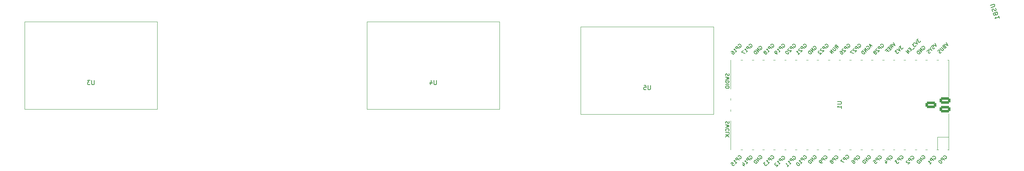
<source format=gbo>
%TF.GenerationSoftware,KiCad,Pcbnew,(6.0.7)*%
%TF.CreationDate,2023-08-09T20:53:38+08:00*%
%TF.ProjectId,chu_main,6368755f-6d61-4696-9e2e-6b696361645f,rev?*%
%TF.SameCoordinates,Original*%
%TF.FileFunction,Legend,Bot*%
%TF.FilePolarity,Positive*%
%FSLAX46Y46*%
G04 Gerber Fmt 4.6, Leading zero omitted, Abs format (unit mm)*
G04 Created by KiCad (PCBNEW (6.0.7)) date 2023-08-09 20:53:38*
%MOMM*%
%LPD*%
G01*
G04 APERTURE LIST*
G04 Aperture macros list*
%AMRoundRect*
0 Rectangle with rounded corners*
0 $1 Rounding radius*
0 $2 $3 $4 $5 $6 $7 $8 $9 X,Y pos of 4 corners*
0 Add a 4 corners polygon primitive as box body*
4,1,4,$2,$3,$4,$5,$6,$7,$8,$9,$2,$3,0*
0 Add four circle primitives for the rounded corners*
1,1,$1+$1,$2,$3*
1,1,$1+$1,$4,$5*
1,1,$1+$1,$6,$7*
1,1,$1+$1,$8,$9*
0 Add four rect primitives between the rounded corners*
20,1,$1+$1,$2,$3,$4,$5,0*
20,1,$1+$1,$4,$5,$6,$7,0*
20,1,$1+$1,$6,$7,$8,$9,0*
20,1,$1+$1,$8,$9,$2,$3,0*%
%AMHorizOval*
0 Thick line with rounded ends*
0 $1 width*
0 $2 $3 position (X,Y) of the first rounded end (center of the circle)*
0 $4 $5 position (X,Y) of the second rounded end (center of the circle)*
0 Add line between two ends*
20,1,$1,$2,$3,$4,$5,0*
0 Add two circle primitives to create the rounded ends*
1,1,$1,$2,$3*
1,1,$1,$4,$5*%
%AMRotRect*
0 Rectangle, with rotation*
0 The origin of the aperture is its center*
0 $1 length*
0 $2 width*
0 $3 Rotation angle, in degrees counterclockwise*
0 Add horizontal line*
21,1,$1,$2,0,0,$3*%
G04 Aperture macros list end*
%ADD10C,0.150000*%
%ADD11C,0.120000*%
%ADD12O,2.000000X2.000000*%
%ADD13C,3.200000*%
%ADD14O,1.700000X1.700000*%
%ADD15R,1.700000X1.700000*%
%ADD16C,0.650000*%
%ADD17RotRect,0.600000X1.450000X290.000000*%
%ADD18RotRect,0.300000X1.450000X290.000000*%
%ADD19HorizOval,1.000000X-0.516831X-0.188111X0.516831X0.188111X0*%
%ADD20HorizOval,1.000000X-0.281908X-0.102606X0.281908X0.102606X0*%
%ADD21RoundRect,0.300000X0.950000X-0.450000X0.950000X0.450000X-0.950000X0.450000X-0.950000X-0.450000X0*%
%ADD22R,3.500000X1.700000*%
%ADD23R,1.700000X3.500000*%
G04 APERTURE END LIST*
D10*
%TO.C,U3*%
X134957904Y-136326380D02*
X134957904Y-137135904D01*
X134910285Y-137231142D01*
X134862666Y-137278761D01*
X134767428Y-137326380D01*
X134576952Y-137326380D01*
X134481714Y-137278761D01*
X134434095Y-137231142D01*
X134386476Y-137135904D01*
X134386476Y-136326380D01*
X134005523Y-136326380D02*
X133386476Y-136326380D01*
X133719809Y-136707333D01*
X133576952Y-136707333D01*
X133481714Y-136754952D01*
X133434095Y-136802571D01*
X133386476Y-136897809D01*
X133386476Y-137135904D01*
X133434095Y-137231142D01*
X133481714Y-137278761D01*
X133576952Y-137326380D01*
X133862666Y-137326380D01*
X133957904Y-137278761D01*
X134005523Y-137231142D01*
%TO.C,U4*%
X214957904Y-136326380D02*
X214957904Y-137135904D01*
X214910285Y-137231142D01*
X214862666Y-137278761D01*
X214767428Y-137326380D01*
X214576952Y-137326380D01*
X214481714Y-137278761D01*
X214434095Y-137231142D01*
X214386476Y-137135904D01*
X214386476Y-136326380D01*
X213481714Y-136659714D02*
X213481714Y-137326380D01*
X213719809Y-136278761D02*
X213957904Y-136993047D01*
X213338857Y-136993047D01*
%TO.C,USB1*%
X344394785Y-118791707D02*
X345155489Y-118514834D01*
X345261270Y-118527007D01*
X345322304Y-118555468D01*
X345399625Y-118628676D01*
X345464771Y-118807665D01*
X345452597Y-118913446D01*
X345424137Y-118974480D01*
X345350929Y-119051801D01*
X344590225Y-119328674D01*
X345631751Y-119405666D02*
X345725358Y-119523621D01*
X345806791Y-119747358D01*
X345794618Y-119853139D01*
X345766157Y-119914173D01*
X345692949Y-119991493D01*
X345603455Y-120024067D01*
X345497673Y-120011893D01*
X345436639Y-119983432D01*
X345359319Y-119910224D01*
X345249425Y-119747522D01*
X345172104Y-119674314D01*
X345111070Y-119645853D01*
X345005289Y-119633680D01*
X344915795Y-119666253D01*
X344842587Y-119743574D01*
X344814126Y-119804607D01*
X344801952Y-119910389D01*
X344883386Y-120134125D01*
X344976993Y-120252080D01*
X345640305Y-120821456D02*
X345733912Y-120939411D01*
X345794946Y-120967872D01*
X345900727Y-120980046D01*
X346034969Y-120931186D01*
X346108177Y-120853865D01*
X346136638Y-120792831D01*
X346148812Y-120687050D01*
X346018518Y-120329072D01*
X345078826Y-120671092D01*
X345192832Y-120984323D01*
X345270153Y-121057531D01*
X345331187Y-121085992D01*
X345436968Y-121098165D01*
X345526463Y-121065592D01*
X345599671Y-120988272D01*
X345628131Y-120927238D01*
X345640305Y-120821456D01*
X345526298Y-120508225D01*
X346539692Y-121760985D02*
X346344252Y-121224017D01*
X346441972Y-121492501D02*
X345502279Y-121834521D01*
X345603948Y-121696167D01*
X345660869Y-121574099D01*
X345673043Y-121468318D01*
%TO.C,U5*%
X264957904Y-137526380D02*
X264957904Y-138335904D01*
X264910285Y-138431142D01*
X264862666Y-138478761D01*
X264767428Y-138526380D01*
X264576952Y-138526380D01*
X264481714Y-138478761D01*
X264434095Y-138431142D01*
X264386476Y-138335904D01*
X264386476Y-137526380D01*
X263434095Y-137526380D02*
X263910285Y-137526380D01*
X263957904Y-138002571D01*
X263910285Y-137954952D01*
X263815047Y-137907333D01*
X263576952Y-137907333D01*
X263481714Y-137954952D01*
X263434095Y-138002571D01*
X263386476Y-138097809D01*
X263386476Y-138335904D01*
X263434095Y-138431142D01*
X263481714Y-138478761D01*
X263576952Y-138526380D01*
X263815047Y-138526380D01*
X263910285Y-138478761D01*
X263957904Y-138431142D01*
%TO.C,U1*%
X308648380Y-141312095D02*
X309457904Y-141312095D01*
X309553142Y-141359714D01*
X309600761Y-141407333D01*
X309648380Y-141502571D01*
X309648380Y-141693047D01*
X309600761Y-141788285D01*
X309553142Y-141835904D01*
X309457904Y-141883523D01*
X308648380Y-141883523D01*
X309648380Y-142883523D02*
X309648380Y-142312095D01*
X309648380Y-142597809D02*
X308648380Y-142597809D01*
X308791238Y-142502571D01*
X308886476Y-142407333D01*
X308934095Y-142312095D01*
X316636964Y-128117597D02*
X316367590Y-128386971D01*
X316852463Y-128225346D02*
X316098216Y-127848223D01*
X316475340Y-128602470D01*
X315451719Y-128548595D02*
X315478656Y-128467783D01*
X315559468Y-128386971D01*
X315667218Y-128333096D01*
X315774967Y-128333096D01*
X315855780Y-128360033D01*
X315990467Y-128440845D01*
X316071279Y-128521658D01*
X316152091Y-128656345D01*
X316179028Y-128737157D01*
X316179028Y-128844906D01*
X316125154Y-128952656D01*
X316071279Y-129006531D01*
X315963529Y-129060406D01*
X315909654Y-129060406D01*
X315721093Y-128871844D01*
X315828842Y-128764094D01*
X315721093Y-129356717D02*
X315155407Y-128791032D01*
X315397844Y-129679966D01*
X314832158Y-129114280D01*
X315128470Y-129949340D02*
X314562784Y-129383654D01*
X314428097Y-129518341D01*
X314374223Y-129626091D01*
X314374223Y-129733841D01*
X314401160Y-129814653D01*
X314481972Y-129949340D01*
X314562784Y-130030152D01*
X314697471Y-130110964D01*
X314778284Y-130137902D01*
X314886033Y-130137902D01*
X314993783Y-130084027D01*
X315128470Y-129949340D01*
X305507218Y-154187096D02*
X305534155Y-154106284D01*
X305614967Y-154025471D01*
X305722717Y-153971597D01*
X305830467Y-153971597D01*
X305911279Y-153998534D01*
X306045966Y-154079346D01*
X306126778Y-154160158D01*
X306207590Y-154294845D01*
X306234528Y-154375658D01*
X306234528Y-154483407D01*
X306180653Y-154591157D01*
X306126778Y-154645032D01*
X306019028Y-154698906D01*
X305965154Y-154698906D01*
X305776592Y-154510345D01*
X305884341Y-154402595D01*
X305776592Y-154995218D02*
X305210906Y-154429532D01*
X304995407Y-154645032D01*
X304968470Y-154725844D01*
X304968470Y-154779719D01*
X304995407Y-154860531D01*
X305076219Y-154941343D01*
X305157032Y-154968280D01*
X305210906Y-154968280D01*
X305291719Y-154941343D01*
X305507218Y-154725844D01*
X305183969Y-155587841D02*
X305076219Y-155695590D01*
X304995407Y-155722528D01*
X304941532Y-155722528D01*
X304806845Y-155695590D01*
X304672158Y-155614778D01*
X304456659Y-155399279D01*
X304429722Y-155318467D01*
X304429722Y-155264592D01*
X304456659Y-155183780D01*
X304564409Y-155076030D01*
X304645221Y-155049093D01*
X304699096Y-155049093D01*
X304779908Y-155076030D01*
X304914595Y-155210717D01*
X304941532Y-155291529D01*
X304941532Y-155345404D01*
X304914595Y-155426216D01*
X304806845Y-155533966D01*
X304726033Y-155560903D01*
X304672158Y-155560903D01*
X304591346Y-155533966D01*
X285456592Y-128063722D02*
X285483529Y-127982910D01*
X285564341Y-127902097D01*
X285672091Y-127848223D01*
X285779841Y-127848223D01*
X285860653Y-127875160D01*
X285995340Y-127955972D01*
X286076152Y-128036784D01*
X286156964Y-128171471D01*
X286183902Y-128252284D01*
X286183902Y-128360033D01*
X286130027Y-128467783D01*
X286076152Y-128521658D01*
X285968402Y-128575532D01*
X285914528Y-128575532D01*
X285725966Y-128386971D01*
X285833715Y-128279221D01*
X285725966Y-128871844D02*
X285160280Y-128306158D01*
X284944781Y-128521658D01*
X284917844Y-128602470D01*
X284917844Y-128656345D01*
X284944781Y-128737157D01*
X285025593Y-128817969D01*
X285106406Y-128844906D01*
X285160280Y-128844906D01*
X285241093Y-128817969D01*
X285456592Y-128602470D01*
X284863969Y-129733841D02*
X285187218Y-129410592D01*
X285025593Y-129572216D02*
X284459908Y-129006531D01*
X284594595Y-129033468D01*
X284702345Y-129033468D01*
X284783157Y-129006531D01*
X283813410Y-129653028D02*
X283921160Y-129545279D01*
X284001972Y-129518341D01*
X284055847Y-129518341D01*
X284190534Y-129545279D01*
X284325221Y-129626091D01*
X284540720Y-129841590D01*
X284567658Y-129922402D01*
X284567658Y-129976277D01*
X284540720Y-130057089D01*
X284432971Y-130164839D01*
X284352158Y-130191776D01*
X284298284Y-130191776D01*
X284217471Y-130164839D01*
X284082784Y-130030152D01*
X284055847Y-129949340D01*
X284055847Y-129895465D01*
X284082784Y-129814653D01*
X284190534Y-129706903D01*
X284271346Y-129679966D01*
X284325221Y-129679966D01*
X284406033Y-129706903D01*
X310856592Y-128063722D02*
X310883529Y-127982910D01*
X310964341Y-127902097D01*
X311072091Y-127848223D01*
X311179841Y-127848223D01*
X311260653Y-127875160D01*
X311395340Y-127955972D01*
X311476152Y-128036784D01*
X311556964Y-128171471D01*
X311583902Y-128252284D01*
X311583902Y-128360033D01*
X311530027Y-128467783D01*
X311476152Y-128521658D01*
X311368402Y-128575532D01*
X311314528Y-128575532D01*
X311125966Y-128386971D01*
X311233715Y-128279221D01*
X311125966Y-128871844D02*
X310560280Y-128306158D01*
X310344781Y-128521658D01*
X310317844Y-128602470D01*
X310317844Y-128656345D01*
X310344781Y-128737157D01*
X310425593Y-128817969D01*
X310506406Y-128844906D01*
X310560280Y-128844906D01*
X310641093Y-128817969D01*
X310856592Y-128602470D01*
X310075407Y-128898781D02*
X310021532Y-128898781D01*
X309940720Y-128925719D01*
X309806033Y-129060406D01*
X309779096Y-129141218D01*
X309779096Y-129195093D01*
X309806033Y-129275905D01*
X309859908Y-129329780D01*
X309967658Y-129383654D01*
X310614155Y-129383654D01*
X310263969Y-129733841D01*
X309213410Y-129653028D02*
X309321160Y-129545279D01*
X309401972Y-129518341D01*
X309455847Y-129518341D01*
X309590534Y-129545279D01*
X309725221Y-129626091D01*
X309940720Y-129841590D01*
X309967658Y-129922402D01*
X309967658Y-129976277D01*
X309940720Y-130057089D01*
X309832971Y-130164839D01*
X309752158Y-130191776D01*
X309698284Y-130191776D01*
X309617471Y-130164839D01*
X309482784Y-130030152D01*
X309455847Y-129949340D01*
X309455847Y-129895465D01*
X309482784Y-129814653D01*
X309590534Y-129706903D01*
X309671346Y-129679966D01*
X309725221Y-129679966D01*
X309806033Y-129706903D01*
X293076592Y-154171722D02*
X293103529Y-154090910D01*
X293184341Y-154010097D01*
X293292091Y-153956223D01*
X293399841Y-153956223D01*
X293480653Y-153983160D01*
X293615340Y-154063972D01*
X293696152Y-154144784D01*
X293776964Y-154279471D01*
X293803902Y-154360284D01*
X293803902Y-154468033D01*
X293750027Y-154575783D01*
X293696152Y-154629658D01*
X293588402Y-154683532D01*
X293534528Y-154683532D01*
X293345966Y-154494971D01*
X293453715Y-154387221D01*
X293345966Y-154979844D02*
X292780280Y-154414158D01*
X292564781Y-154629658D01*
X292537844Y-154710470D01*
X292537844Y-154764345D01*
X292564781Y-154845157D01*
X292645593Y-154925969D01*
X292726406Y-154952906D01*
X292780280Y-154952906D01*
X292861093Y-154925969D01*
X293076592Y-154710470D01*
X292483969Y-155841841D02*
X292807218Y-155518592D01*
X292645593Y-155680216D02*
X292079908Y-155114531D01*
X292214595Y-155141468D01*
X292322345Y-155141468D01*
X292403157Y-155114531D01*
X291729722Y-155464717D02*
X291379536Y-155814903D01*
X291783597Y-155841841D01*
X291702784Y-155922653D01*
X291675847Y-156003465D01*
X291675847Y-156057340D01*
X291702784Y-156138152D01*
X291837471Y-156272839D01*
X291918284Y-156299776D01*
X291972158Y-156299776D01*
X292052971Y-156272839D01*
X292214595Y-156111215D01*
X292241532Y-156030402D01*
X292241532Y-155976528D01*
X305776592Y-128063722D02*
X305803529Y-127982910D01*
X305884341Y-127902097D01*
X305992091Y-127848223D01*
X306099841Y-127848223D01*
X306180653Y-127875160D01*
X306315340Y-127955972D01*
X306396152Y-128036784D01*
X306476964Y-128171471D01*
X306503902Y-128252284D01*
X306503902Y-128360033D01*
X306450027Y-128467783D01*
X306396152Y-128521658D01*
X306288402Y-128575532D01*
X306234528Y-128575532D01*
X306045966Y-128386971D01*
X306153715Y-128279221D01*
X306045966Y-128871844D02*
X305480280Y-128306158D01*
X305264781Y-128521658D01*
X305237844Y-128602470D01*
X305237844Y-128656345D01*
X305264781Y-128737157D01*
X305345593Y-128817969D01*
X305426406Y-128844906D01*
X305480280Y-128844906D01*
X305561093Y-128817969D01*
X305776592Y-128602470D01*
X304995407Y-128898781D02*
X304941532Y-128898781D01*
X304860720Y-128925719D01*
X304726033Y-129060406D01*
X304699096Y-129141218D01*
X304699096Y-129195093D01*
X304726033Y-129275905D01*
X304779908Y-129329780D01*
X304887658Y-129383654D01*
X305534155Y-129383654D01*
X305183969Y-129733841D01*
X304456659Y-129437529D02*
X304402784Y-129437529D01*
X304321972Y-129464467D01*
X304187285Y-129599154D01*
X304160348Y-129679966D01*
X304160348Y-129733841D01*
X304187285Y-129814653D01*
X304241160Y-129868528D01*
X304348910Y-129922402D01*
X304995407Y-129922402D01*
X304645221Y-130272589D01*
X283319809Y-134778761D02*
X283357904Y-134893047D01*
X283357904Y-135083523D01*
X283319809Y-135159714D01*
X283281714Y-135197809D01*
X283205523Y-135235904D01*
X283129333Y-135235904D01*
X283053142Y-135197809D01*
X283015047Y-135159714D01*
X282976952Y-135083523D01*
X282938857Y-134931142D01*
X282900761Y-134854952D01*
X282862666Y-134816857D01*
X282786476Y-134778761D01*
X282710285Y-134778761D01*
X282634095Y-134816857D01*
X282596000Y-134854952D01*
X282557904Y-134931142D01*
X282557904Y-135121619D01*
X282596000Y-135235904D01*
X282557904Y-135502571D02*
X283357904Y-135693047D01*
X282786476Y-135845428D01*
X283357904Y-135997809D01*
X282557904Y-136188285D01*
X283357904Y-136493047D02*
X282557904Y-136493047D01*
X282557904Y-136683523D01*
X282596000Y-136797809D01*
X282672190Y-136874000D01*
X282748380Y-136912095D01*
X282900761Y-136950190D01*
X283015047Y-136950190D01*
X283167428Y-136912095D01*
X283243619Y-136874000D01*
X283319809Y-136797809D01*
X283357904Y-136683523D01*
X283357904Y-136493047D01*
X283357904Y-137293047D02*
X282557904Y-137293047D01*
X282557904Y-137826380D02*
X282557904Y-137978761D01*
X282596000Y-138054952D01*
X282672190Y-138131142D01*
X282824571Y-138169238D01*
X283091238Y-138169238D01*
X283243619Y-138131142D01*
X283319809Y-138054952D01*
X283357904Y-137978761D01*
X283357904Y-137826380D01*
X283319809Y-137750190D01*
X283243619Y-137674000D01*
X283091238Y-137635904D01*
X282824571Y-137635904D01*
X282672190Y-137674000D01*
X282596000Y-137750190D01*
X282557904Y-137826380D01*
X308599435Y-128912375D02*
X308518622Y-128454439D01*
X308922683Y-128589126D02*
X308356998Y-128023441D01*
X308141499Y-128238940D01*
X308114561Y-128319752D01*
X308114561Y-128373627D01*
X308141499Y-128454439D01*
X308222311Y-128535251D01*
X308303123Y-128562189D01*
X308356998Y-128562189D01*
X308437810Y-128535251D01*
X308653309Y-128319752D01*
X307791312Y-128589126D02*
X308249248Y-129047062D01*
X308276186Y-129127874D01*
X308276186Y-129181749D01*
X308249248Y-129262561D01*
X308141499Y-129370311D01*
X308060687Y-129397248D01*
X308006812Y-129397248D01*
X307926000Y-129370311D01*
X307468064Y-128912375D01*
X307764375Y-129747435D02*
X307198690Y-129181749D01*
X307441126Y-130070683D01*
X306875441Y-129504998D01*
X334123309Y-127427129D02*
X334500433Y-128181377D01*
X333746186Y-127804253D01*
X333638436Y-128450751D02*
X333584561Y-128558500D01*
X333584561Y-128612375D01*
X333611499Y-128693187D01*
X333692311Y-128773999D01*
X333773123Y-128800937D01*
X333826998Y-128800937D01*
X333907810Y-128773999D01*
X334123309Y-128558500D01*
X333557624Y-127992815D01*
X333369062Y-128181377D01*
X333342125Y-128262189D01*
X333342125Y-128316064D01*
X333369062Y-128396876D01*
X333422937Y-128450751D01*
X333503749Y-128477688D01*
X333557624Y-128477688D01*
X333638436Y-128450751D01*
X333826998Y-128262189D01*
X332991938Y-128558500D02*
X333449874Y-129016436D01*
X333476812Y-129097248D01*
X333476812Y-129151123D01*
X333449874Y-129231935D01*
X333342125Y-129339685D01*
X333261312Y-129366622D01*
X333207438Y-129366622D01*
X333126625Y-129339685D01*
X332668690Y-128881749D01*
X332965001Y-129662934D02*
X332911126Y-129770683D01*
X332776439Y-129905370D01*
X332695627Y-129932308D01*
X332641752Y-129932308D01*
X332560940Y-129905370D01*
X332507065Y-129851496D01*
X332480128Y-129770683D01*
X332480128Y-129716809D01*
X332507065Y-129635996D01*
X332587877Y-129501309D01*
X332614815Y-129420497D01*
X332614815Y-129366622D01*
X332587877Y-129285810D01*
X332534003Y-129231935D01*
X332453190Y-129204998D01*
X332399316Y-129204998D01*
X332318503Y-129231935D01*
X332183816Y-129366622D01*
X332129942Y-129474372D01*
X287996592Y-154217722D02*
X288023529Y-154136910D01*
X288104341Y-154056097D01*
X288212091Y-154002223D01*
X288319841Y-154002223D01*
X288400653Y-154029160D01*
X288535340Y-154109972D01*
X288616152Y-154190784D01*
X288696964Y-154325471D01*
X288723902Y-154406284D01*
X288723902Y-154514033D01*
X288670027Y-154621783D01*
X288616152Y-154675658D01*
X288508402Y-154729532D01*
X288454528Y-154729532D01*
X288265966Y-154540971D01*
X288373715Y-154433221D01*
X288265966Y-155025844D02*
X287700280Y-154460158D01*
X287484781Y-154675658D01*
X287457844Y-154756470D01*
X287457844Y-154810345D01*
X287484781Y-154891157D01*
X287565593Y-154971969D01*
X287646406Y-154998906D01*
X287700280Y-154998906D01*
X287781093Y-154971969D01*
X287996592Y-154756470D01*
X287403969Y-155887841D02*
X287727218Y-155564592D01*
X287565593Y-155726216D02*
X286999908Y-155160531D01*
X287134595Y-155187468D01*
X287242345Y-155187468D01*
X287323157Y-155160531D01*
X286541972Y-155995590D02*
X286919096Y-156372714D01*
X286461160Y-155645404D02*
X286999908Y-155914778D01*
X286649722Y-156264964D01*
X298156592Y-154317722D02*
X298183529Y-154236910D01*
X298264341Y-154156097D01*
X298372091Y-154102223D01*
X298479841Y-154102223D01*
X298560653Y-154129160D01*
X298695340Y-154209972D01*
X298776152Y-154290784D01*
X298856964Y-154425471D01*
X298883902Y-154506284D01*
X298883902Y-154614033D01*
X298830027Y-154721783D01*
X298776152Y-154775658D01*
X298668402Y-154829532D01*
X298614528Y-154829532D01*
X298425966Y-154640971D01*
X298533715Y-154533221D01*
X298425966Y-155125844D02*
X297860280Y-154560158D01*
X297644781Y-154775658D01*
X297617844Y-154856470D01*
X297617844Y-154910345D01*
X297644781Y-154991157D01*
X297725593Y-155071969D01*
X297806406Y-155098906D01*
X297860280Y-155098906D01*
X297941093Y-155071969D01*
X298156592Y-154856470D01*
X297563969Y-155987841D02*
X297887218Y-155664592D01*
X297725593Y-155826216D02*
X297159908Y-155260531D01*
X297294595Y-155287468D01*
X297402345Y-155287468D01*
X297483157Y-155260531D01*
X297025221Y-156526589D02*
X297348470Y-156203340D01*
X297186845Y-156364964D02*
X296621160Y-155799279D01*
X296755847Y-155826216D01*
X296863597Y-155826216D01*
X296944409Y-155799279D01*
X302994155Y-128560158D02*
X303021093Y-128479346D01*
X303101905Y-128398534D01*
X303209654Y-128344659D01*
X303317404Y-128344659D01*
X303398216Y-128371597D01*
X303532903Y-128452409D01*
X303613715Y-128533221D01*
X303694528Y-128667908D01*
X303721465Y-128748720D01*
X303721465Y-128856470D01*
X303667590Y-128964219D01*
X303613715Y-129018094D01*
X303505966Y-129071969D01*
X303452091Y-129071969D01*
X303263529Y-128883407D01*
X303371279Y-128775658D01*
X303263529Y-129368280D02*
X302697844Y-128802595D01*
X302940280Y-129691529D01*
X302374595Y-129125844D01*
X302670906Y-129960903D02*
X302105221Y-129395218D01*
X301970534Y-129529905D01*
X301916659Y-129637654D01*
X301916659Y-129745404D01*
X301943597Y-129826216D01*
X302024409Y-129960903D01*
X302105221Y-130041715D01*
X302239908Y-130122528D01*
X302320720Y-130149465D01*
X302428470Y-130149465D01*
X302536219Y-130095590D01*
X302670906Y-129960903D01*
X285456592Y-154171722D02*
X285483529Y-154090910D01*
X285564341Y-154010097D01*
X285672091Y-153956223D01*
X285779841Y-153956223D01*
X285860653Y-153983160D01*
X285995340Y-154063972D01*
X286076152Y-154144784D01*
X286156964Y-154279471D01*
X286183902Y-154360284D01*
X286183902Y-154468033D01*
X286130027Y-154575783D01*
X286076152Y-154629658D01*
X285968402Y-154683532D01*
X285914528Y-154683532D01*
X285725966Y-154494971D01*
X285833715Y-154387221D01*
X285725966Y-154979844D02*
X285160280Y-154414158D01*
X284944781Y-154629658D01*
X284917844Y-154710470D01*
X284917844Y-154764345D01*
X284944781Y-154845157D01*
X285025593Y-154925969D01*
X285106406Y-154952906D01*
X285160280Y-154952906D01*
X285241093Y-154925969D01*
X285456592Y-154710470D01*
X284863969Y-155841841D02*
X285187218Y-155518592D01*
X285025593Y-155680216D02*
X284459908Y-155114531D01*
X284594595Y-155141468D01*
X284702345Y-155141468D01*
X284783157Y-155114531D01*
X283786473Y-155787966D02*
X284055847Y-155518592D01*
X284352158Y-155761028D01*
X284298284Y-155761028D01*
X284217471Y-155787966D01*
X284082784Y-155922653D01*
X284055847Y-156003465D01*
X284055847Y-156057340D01*
X284082784Y-156138152D01*
X284217471Y-156272839D01*
X284298284Y-156299776D01*
X284352158Y-156299776D01*
X284432971Y-156272839D01*
X284567658Y-156138152D01*
X284594595Y-156057340D01*
X284594595Y-156003465D01*
X283319809Y-145964476D02*
X283357904Y-146078761D01*
X283357904Y-146269238D01*
X283319809Y-146345428D01*
X283281714Y-146383523D01*
X283205523Y-146421619D01*
X283129333Y-146421619D01*
X283053142Y-146383523D01*
X283015047Y-146345428D01*
X282976952Y-146269238D01*
X282938857Y-146116857D01*
X282900761Y-146040666D01*
X282862666Y-146002571D01*
X282786476Y-145964476D01*
X282710285Y-145964476D01*
X282634095Y-146002571D01*
X282596000Y-146040666D01*
X282557904Y-146116857D01*
X282557904Y-146307333D01*
X282596000Y-146421619D01*
X282557904Y-146688285D02*
X283357904Y-146878761D01*
X282786476Y-147031142D01*
X283357904Y-147183523D01*
X282557904Y-147374000D01*
X283281714Y-148135904D02*
X283319809Y-148097809D01*
X283357904Y-147983523D01*
X283357904Y-147907333D01*
X283319809Y-147793047D01*
X283243619Y-147716857D01*
X283167428Y-147678761D01*
X283015047Y-147640666D01*
X282900761Y-147640666D01*
X282748380Y-147678761D01*
X282672190Y-147716857D01*
X282596000Y-147793047D01*
X282557904Y-147907333D01*
X282557904Y-147983523D01*
X282596000Y-148097809D01*
X282634095Y-148135904D01*
X283357904Y-148859714D02*
X283357904Y-148478761D01*
X282557904Y-148478761D01*
X283357904Y-149126380D02*
X282557904Y-149126380D01*
X283357904Y-149583523D02*
X282900761Y-149240666D01*
X282557904Y-149583523D02*
X283015047Y-149126380D01*
X290294155Y-154160158D02*
X290321093Y-154079346D01*
X290401905Y-153998534D01*
X290509654Y-153944659D01*
X290617404Y-153944659D01*
X290698216Y-153971597D01*
X290832903Y-154052409D01*
X290913715Y-154133221D01*
X290994528Y-154267908D01*
X291021465Y-154348720D01*
X291021465Y-154456470D01*
X290967590Y-154564219D01*
X290913715Y-154618094D01*
X290805966Y-154671969D01*
X290752091Y-154671969D01*
X290563529Y-154483407D01*
X290671279Y-154375658D01*
X290563529Y-154968280D02*
X289997844Y-154402595D01*
X290240280Y-155291529D01*
X289674595Y-154725844D01*
X289970906Y-155560903D02*
X289405221Y-154995218D01*
X289270534Y-155129905D01*
X289216659Y-155237654D01*
X289216659Y-155345404D01*
X289243597Y-155426216D01*
X289324409Y-155560903D01*
X289405221Y-155641715D01*
X289539908Y-155722528D01*
X289620720Y-155749465D01*
X289728470Y-155749465D01*
X289836219Y-155695590D01*
X289970906Y-155560903D01*
X333447218Y-154187096D02*
X333474155Y-154106284D01*
X333554967Y-154025471D01*
X333662717Y-153971597D01*
X333770467Y-153971597D01*
X333851279Y-153998534D01*
X333985966Y-154079346D01*
X334066778Y-154160158D01*
X334147590Y-154294845D01*
X334174528Y-154375658D01*
X334174528Y-154483407D01*
X334120653Y-154591157D01*
X334066778Y-154645032D01*
X333959028Y-154698906D01*
X333905154Y-154698906D01*
X333716592Y-154510345D01*
X333824341Y-154402595D01*
X333716592Y-154995218D02*
X333150906Y-154429532D01*
X332935407Y-154645032D01*
X332908470Y-154725844D01*
X332908470Y-154779719D01*
X332935407Y-154860531D01*
X333016219Y-154941343D01*
X333097032Y-154968280D01*
X333150906Y-154968280D01*
X333231719Y-154941343D01*
X333447218Y-154725844D01*
X332477471Y-155102967D02*
X332423597Y-155156842D01*
X332396659Y-155237654D01*
X332396659Y-155291529D01*
X332423597Y-155372341D01*
X332504409Y-155507028D01*
X332639096Y-155641715D01*
X332773783Y-155722528D01*
X332854595Y-155749465D01*
X332908470Y-155749465D01*
X332989282Y-155722528D01*
X333043157Y-155668653D01*
X333070094Y-155587841D01*
X333070094Y-155533966D01*
X333043157Y-155453154D01*
X332962345Y-155318467D01*
X332827658Y-155183780D01*
X332692971Y-155102967D01*
X332612158Y-155076030D01*
X332558284Y-155076030D01*
X332477471Y-155102967D01*
X313127218Y-154187096D02*
X313154155Y-154106284D01*
X313234967Y-154025471D01*
X313342717Y-153971597D01*
X313450467Y-153971597D01*
X313531279Y-153998534D01*
X313665966Y-154079346D01*
X313746778Y-154160158D01*
X313827590Y-154294845D01*
X313854528Y-154375658D01*
X313854528Y-154483407D01*
X313800653Y-154591157D01*
X313746778Y-154645032D01*
X313639028Y-154698906D01*
X313585154Y-154698906D01*
X313396592Y-154510345D01*
X313504341Y-154402595D01*
X313396592Y-154995218D02*
X312830906Y-154429532D01*
X312615407Y-154645032D01*
X312588470Y-154725844D01*
X312588470Y-154779719D01*
X312615407Y-154860531D01*
X312696219Y-154941343D01*
X312777032Y-154968280D01*
X312830906Y-154968280D01*
X312911719Y-154941343D01*
X313127218Y-154725844D01*
X312022784Y-155237654D02*
X312130534Y-155129905D01*
X312211346Y-155102967D01*
X312265221Y-155102967D01*
X312399908Y-155129905D01*
X312534595Y-155210717D01*
X312750094Y-155426216D01*
X312777032Y-155507028D01*
X312777032Y-155560903D01*
X312750094Y-155641715D01*
X312642345Y-155749465D01*
X312561532Y-155776402D01*
X312507658Y-155776402D01*
X312426845Y-155749465D01*
X312292158Y-155614778D01*
X312265221Y-155533966D01*
X312265221Y-155480091D01*
X312292158Y-155399279D01*
X312399908Y-155291529D01*
X312480720Y-155264592D01*
X312534595Y-155264592D01*
X312615407Y-155291529D01*
X300686592Y-128063722D02*
X300713529Y-127982910D01*
X300794341Y-127902097D01*
X300902091Y-127848223D01*
X301009841Y-127848223D01*
X301090653Y-127875160D01*
X301225340Y-127955972D01*
X301306152Y-128036784D01*
X301386964Y-128171471D01*
X301413902Y-128252284D01*
X301413902Y-128360033D01*
X301360027Y-128467783D01*
X301306152Y-128521658D01*
X301198402Y-128575532D01*
X301144528Y-128575532D01*
X300955966Y-128386971D01*
X301063715Y-128279221D01*
X300955966Y-128871844D02*
X300390280Y-128306158D01*
X300174781Y-128521658D01*
X300147844Y-128602470D01*
X300147844Y-128656345D01*
X300174781Y-128737157D01*
X300255593Y-128817969D01*
X300336406Y-128844906D01*
X300390280Y-128844906D01*
X300471093Y-128817969D01*
X300686592Y-128602470D01*
X299905407Y-128898781D02*
X299851532Y-128898781D01*
X299770720Y-128925719D01*
X299636033Y-129060406D01*
X299609096Y-129141218D01*
X299609096Y-129195093D01*
X299636033Y-129275905D01*
X299689908Y-129329780D01*
X299797658Y-129383654D01*
X300444155Y-129383654D01*
X300093969Y-129733841D01*
X299555221Y-130272589D02*
X299878470Y-129949340D01*
X299716845Y-130110964D02*
X299151160Y-129545279D01*
X299285847Y-129572216D01*
X299393597Y-129572216D01*
X299474409Y-129545279D01*
X331445966Y-127594473D02*
X331823089Y-128348720D01*
X331068842Y-127971597D01*
X331445966Y-128671969D02*
X331392091Y-128779719D01*
X331257404Y-128914406D01*
X331176592Y-128941343D01*
X331122717Y-128941343D01*
X331041905Y-128914406D01*
X330988030Y-128860531D01*
X330961093Y-128779719D01*
X330961093Y-128725844D01*
X330988030Y-128645032D01*
X331068842Y-128510345D01*
X331095780Y-128429532D01*
X331095780Y-128375658D01*
X331068842Y-128294845D01*
X331014967Y-128240971D01*
X330934155Y-128214033D01*
X330880280Y-128214033D01*
X330799468Y-128240971D01*
X330664781Y-128375658D01*
X330610906Y-128483407D01*
X330530094Y-129102967D02*
X330799468Y-129372341D01*
X330422345Y-128618094D02*
X330530094Y-129102967D01*
X330045221Y-128995218D01*
X330422345Y-129695590D02*
X330368470Y-129803340D01*
X330233783Y-129938027D01*
X330152971Y-129964964D01*
X330099096Y-129964964D01*
X330018284Y-129938027D01*
X329964409Y-129884152D01*
X329937471Y-129803340D01*
X329937471Y-129749465D01*
X329964409Y-129668653D01*
X330045221Y-129533966D01*
X330072158Y-129453154D01*
X330072158Y-129399279D01*
X330045221Y-129318467D01*
X329991346Y-129264592D01*
X329910534Y-129237654D01*
X329856659Y-129237654D01*
X329775847Y-129264592D01*
X329641160Y-129399279D01*
X329587285Y-129507028D01*
X323486592Y-128163847D02*
X323136406Y-128514033D01*
X323540467Y-128540971D01*
X323459654Y-128621783D01*
X323432717Y-128702595D01*
X323432717Y-128756470D01*
X323459654Y-128837282D01*
X323594341Y-128971969D01*
X323675154Y-128998906D01*
X323729028Y-128998906D01*
X323809841Y-128971969D01*
X323971465Y-128810345D01*
X323998402Y-128729532D01*
X323998402Y-128675658D01*
X322974781Y-128675658D02*
X323351905Y-129429905D01*
X322597658Y-129052781D01*
X322462971Y-129187468D02*
X322112784Y-129537654D01*
X322516845Y-129564592D01*
X322436033Y-129645404D01*
X322409096Y-129726216D01*
X322409096Y-129780091D01*
X322436033Y-129860903D01*
X322570720Y-129995590D01*
X322651532Y-130022528D01*
X322705407Y-130022528D01*
X322786219Y-129995590D01*
X322947844Y-129833966D01*
X322974781Y-129753154D01*
X322974781Y-129699279D01*
X327554308Y-126596131D02*
X327204122Y-126946317D01*
X327608183Y-126973255D01*
X327527370Y-127054067D01*
X327500433Y-127134879D01*
X327500433Y-127188754D01*
X327527370Y-127269566D01*
X327662057Y-127404253D01*
X327742870Y-127431190D01*
X327796744Y-127431190D01*
X327877557Y-127404253D01*
X328039181Y-127242629D01*
X328066118Y-127161816D01*
X328066118Y-127107942D01*
X327042497Y-127107942D02*
X327419621Y-127862189D01*
X326665374Y-127485065D01*
X326530687Y-127619752D02*
X326180500Y-127969938D01*
X326584561Y-127996876D01*
X326503749Y-128077688D01*
X326476812Y-128158500D01*
X326476812Y-128212375D01*
X326503749Y-128293187D01*
X326638436Y-128427874D01*
X326719248Y-128454812D01*
X326773123Y-128454812D01*
X326853935Y-128427874D01*
X327015560Y-128266250D01*
X327042497Y-128185438D01*
X327042497Y-128131563D01*
X326692311Y-128697248D02*
X326261312Y-129128247D01*
X325776439Y-128912748D02*
X325587877Y-129101309D01*
X325803377Y-129478433D02*
X326072751Y-129209059D01*
X325507065Y-128643374D01*
X325237691Y-128912748D01*
X325560940Y-129720870D02*
X324995255Y-129155184D01*
X325237691Y-130044118D01*
X324672006Y-129478433D01*
X328394155Y-128560158D02*
X328421093Y-128479346D01*
X328501905Y-128398534D01*
X328609654Y-128344659D01*
X328717404Y-128344659D01*
X328798216Y-128371597D01*
X328932903Y-128452409D01*
X329013715Y-128533221D01*
X329094528Y-128667908D01*
X329121465Y-128748720D01*
X329121465Y-128856470D01*
X329067590Y-128964219D01*
X329013715Y-129018094D01*
X328905966Y-129071969D01*
X328852091Y-129071969D01*
X328663529Y-128883407D01*
X328771279Y-128775658D01*
X328663529Y-129368280D02*
X328097844Y-128802595D01*
X328340280Y-129691529D01*
X327774595Y-129125844D01*
X328070906Y-129960903D02*
X327505221Y-129395218D01*
X327370534Y-129529905D01*
X327316659Y-129637654D01*
X327316659Y-129745404D01*
X327343597Y-129826216D01*
X327424409Y-129960903D01*
X327505221Y-130041715D01*
X327639908Y-130122528D01*
X327720720Y-130149465D01*
X327828470Y-130149465D01*
X327936219Y-130095590D01*
X328070906Y-129960903D01*
X293076592Y-128063722D02*
X293103529Y-127982910D01*
X293184341Y-127902097D01*
X293292091Y-127848223D01*
X293399841Y-127848223D01*
X293480653Y-127875160D01*
X293615340Y-127955972D01*
X293696152Y-128036784D01*
X293776964Y-128171471D01*
X293803902Y-128252284D01*
X293803902Y-128360033D01*
X293750027Y-128467783D01*
X293696152Y-128521658D01*
X293588402Y-128575532D01*
X293534528Y-128575532D01*
X293345966Y-128386971D01*
X293453715Y-128279221D01*
X293345966Y-128871844D02*
X292780280Y-128306158D01*
X292564781Y-128521658D01*
X292537844Y-128602470D01*
X292537844Y-128656345D01*
X292564781Y-128737157D01*
X292645593Y-128817969D01*
X292726406Y-128844906D01*
X292780280Y-128844906D01*
X292861093Y-128817969D01*
X293076592Y-128602470D01*
X292483969Y-129733841D02*
X292807218Y-129410592D01*
X292645593Y-129572216D02*
X292079908Y-129006531D01*
X292214595Y-129033468D01*
X292322345Y-129033468D01*
X292403157Y-129006531D01*
X291837471Y-129733841D02*
X291864409Y-129653028D01*
X291864409Y-129599154D01*
X291837471Y-129518341D01*
X291810534Y-129491404D01*
X291729722Y-129464467D01*
X291675847Y-129464467D01*
X291595035Y-129491404D01*
X291487285Y-129599154D01*
X291460348Y-129679966D01*
X291460348Y-129733841D01*
X291487285Y-129814653D01*
X291514223Y-129841590D01*
X291595035Y-129868528D01*
X291648910Y-129868528D01*
X291729722Y-129841590D01*
X291837471Y-129733841D01*
X291918284Y-129706903D01*
X291972158Y-129706903D01*
X292052971Y-129733841D01*
X292160720Y-129841590D01*
X292187658Y-129922402D01*
X292187658Y-129976277D01*
X292160720Y-130057089D01*
X292052971Y-130164839D01*
X291972158Y-130191776D01*
X291918284Y-130191776D01*
X291837471Y-130164839D01*
X291729722Y-130057089D01*
X291702784Y-129976277D01*
X291702784Y-129922402D01*
X291729722Y-129841590D01*
X298156592Y-128063722D02*
X298183529Y-127982910D01*
X298264341Y-127902097D01*
X298372091Y-127848223D01*
X298479841Y-127848223D01*
X298560653Y-127875160D01*
X298695340Y-127955972D01*
X298776152Y-128036784D01*
X298856964Y-128171471D01*
X298883902Y-128252284D01*
X298883902Y-128360033D01*
X298830027Y-128467783D01*
X298776152Y-128521658D01*
X298668402Y-128575532D01*
X298614528Y-128575532D01*
X298425966Y-128386971D01*
X298533715Y-128279221D01*
X298425966Y-128871844D02*
X297860280Y-128306158D01*
X297644781Y-128521658D01*
X297617844Y-128602470D01*
X297617844Y-128656345D01*
X297644781Y-128737157D01*
X297725593Y-128817969D01*
X297806406Y-128844906D01*
X297860280Y-128844906D01*
X297941093Y-128817969D01*
X298156592Y-128602470D01*
X297375407Y-128898781D02*
X297321532Y-128898781D01*
X297240720Y-128925719D01*
X297106033Y-129060406D01*
X297079096Y-129141218D01*
X297079096Y-129195093D01*
X297106033Y-129275905D01*
X297159908Y-129329780D01*
X297267658Y-129383654D01*
X297914155Y-129383654D01*
X297563969Y-129733841D01*
X296648097Y-129518341D02*
X296594223Y-129572216D01*
X296567285Y-129653028D01*
X296567285Y-129706903D01*
X296594223Y-129787715D01*
X296675035Y-129922402D01*
X296809722Y-130057089D01*
X296944409Y-130137902D01*
X297025221Y-130164839D01*
X297079096Y-130164839D01*
X297159908Y-130137902D01*
X297213783Y-130084027D01*
X297240720Y-130003215D01*
X297240720Y-129949340D01*
X297213783Y-129868528D01*
X297132971Y-129733841D01*
X296998284Y-129599154D01*
X296863597Y-129518341D01*
X296782784Y-129491404D01*
X296728910Y-129491404D01*
X296648097Y-129518341D01*
X318730592Y-128063722D02*
X318757529Y-127982910D01*
X318838341Y-127902097D01*
X318946091Y-127848223D01*
X319053841Y-127848223D01*
X319134653Y-127875160D01*
X319269340Y-127955972D01*
X319350152Y-128036784D01*
X319430964Y-128171471D01*
X319457902Y-128252284D01*
X319457902Y-128360033D01*
X319404027Y-128467783D01*
X319350152Y-128521658D01*
X319242402Y-128575532D01*
X319188528Y-128575532D01*
X318999966Y-128386971D01*
X319107715Y-128279221D01*
X318999966Y-128871844D02*
X318434280Y-128306158D01*
X318218781Y-128521658D01*
X318191844Y-128602470D01*
X318191844Y-128656345D01*
X318218781Y-128737157D01*
X318299593Y-128817969D01*
X318380406Y-128844906D01*
X318434280Y-128844906D01*
X318515093Y-128817969D01*
X318730592Y-128602470D01*
X317949407Y-128898781D02*
X317895532Y-128898781D01*
X317814720Y-128925719D01*
X317680033Y-129060406D01*
X317653096Y-129141218D01*
X317653096Y-129195093D01*
X317680033Y-129275905D01*
X317733908Y-129329780D01*
X317841658Y-129383654D01*
X318488155Y-129383654D01*
X318137969Y-129733841D01*
X317491471Y-129733841D02*
X317518409Y-129653028D01*
X317518409Y-129599154D01*
X317491471Y-129518341D01*
X317464534Y-129491404D01*
X317383722Y-129464467D01*
X317329847Y-129464467D01*
X317249035Y-129491404D01*
X317141285Y-129599154D01*
X317114348Y-129679966D01*
X317114348Y-129733841D01*
X317141285Y-129814653D01*
X317168223Y-129841590D01*
X317249035Y-129868528D01*
X317302910Y-129868528D01*
X317383722Y-129841590D01*
X317491471Y-129733841D01*
X317572284Y-129706903D01*
X317626158Y-129706903D01*
X317706971Y-129733841D01*
X317814720Y-129841590D01*
X317841658Y-129922402D01*
X317841658Y-129976277D01*
X317814720Y-130057089D01*
X317706971Y-130164839D01*
X317626158Y-130191776D01*
X317572284Y-130191776D01*
X317491471Y-130164839D01*
X317383722Y-130057089D01*
X317356784Y-129976277D01*
X317356784Y-129922402D01*
X317383722Y-129841590D01*
X302994155Y-154160158D02*
X303021093Y-154079346D01*
X303101905Y-153998534D01*
X303209654Y-153944659D01*
X303317404Y-153944659D01*
X303398216Y-153971597D01*
X303532903Y-154052409D01*
X303613715Y-154133221D01*
X303694528Y-154267908D01*
X303721465Y-154348720D01*
X303721465Y-154456470D01*
X303667590Y-154564219D01*
X303613715Y-154618094D01*
X303505966Y-154671969D01*
X303452091Y-154671969D01*
X303263529Y-154483407D01*
X303371279Y-154375658D01*
X303263529Y-154968280D02*
X302697844Y-154402595D01*
X302940280Y-155291529D01*
X302374595Y-154725844D01*
X302670906Y-155560903D02*
X302105221Y-154995218D01*
X301970534Y-155129905D01*
X301916659Y-155237654D01*
X301916659Y-155345404D01*
X301943597Y-155426216D01*
X302024409Y-155560903D01*
X302105221Y-155641715D01*
X302239908Y-155722528D01*
X302320720Y-155749465D01*
X302428470Y-155749465D01*
X302536219Y-155695590D01*
X302670906Y-155560903D01*
X325827218Y-154287096D02*
X325854155Y-154206284D01*
X325934967Y-154125471D01*
X326042717Y-154071597D01*
X326150467Y-154071597D01*
X326231279Y-154098534D01*
X326365966Y-154179346D01*
X326446778Y-154260158D01*
X326527590Y-154394845D01*
X326554528Y-154475658D01*
X326554528Y-154583407D01*
X326500653Y-154691157D01*
X326446778Y-154745032D01*
X326339028Y-154798906D01*
X326285154Y-154798906D01*
X326096592Y-154610345D01*
X326204341Y-154502595D01*
X326096592Y-155095218D02*
X325530906Y-154529532D01*
X325315407Y-154745032D01*
X325288470Y-154825844D01*
X325288470Y-154879719D01*
X325315407Y-154960531D01*
X325396219Y-155041343D01*
X325477032Y-155068280D01*
X325530906Y-155068280D01*
X325611719Y-155041343D01*
X325827218Y-154825844D01*
X325046033Y-155122155D02*
X324992158Y-155122155D01*
X324911346Y-155149093D01*
X324776659Y-155283780D01*
X324749722Y-155364592D01*
X324749722Y-155418467D01*
X324776659Y-155499279D01*
X324830534Y-155553154D01*
X324938284Y-155607028D01*
X325584781Y-155607028D01*
X325234595Y-155957215D01*
X295616592Y-128063722D02*
X295643529Y-127982910D01*
X295724341Y-127902097D01*
X295832091Y-127848223D01*
X295939841Y-127848223D01*
X296020653Y-127875160D01*
X296155340Y-127955972D01*
X296236152Y-128036784D01*
X296316964Y-128171471D01*
X296343902Y-128252284D01*
X296343902Y-128360033D01*
X296290027Y-128467783D01*
X296236152Y-128521658D01*
X296128402Y-128575532D01*
X296074528Y-128575532D01*
X295885966Y-128386971D01*
X295993715Y-128279221D01*
X295885966Y-128871844D02*
X295320280Y-128306158D01*
X295104781Y-128521658D01*
X295077844Y-128602470D01*
X295077844Y-128656345D01*
X295104781Y-128737157D01*
X295185593Y-128817969D01*
X295266406Y-128844906D01*
X295320280Y-128844906D01*
X295401093Y-128817969D01*
X295616592Y-128602470D01*
X295023969Y-129733841D02*
X295347218Y-129410592D01*
X295185593Y-129572216D02*
X294619908Y-129006531D01*
X294754595Y-129033468D01*
X294862345Y-129033468D01*
X294943157Y-129006531D01*
X294754595Y-130003215D02*
X294646845Y-130110964D01*
X294566033Y-130137902D01*
X294512158Y-130137902D01*
X294377471Y-130110964D01*
X294242784Y-130030152D01*
X294027285Y-129814653D01*
X294000348Y-129733841D01*
X294000348Y-129679966D01*
X294027285Y-129599154D01*
X294135035Y-129491404D01*
X294215847Y-129464467D01*
X294269722Y-129464467D01*
X294350534Y-129491404D01*
X294485221Y-129626091D01*
X294512158Y-129706903D01*
X294512158Y-129760778D01*
X294485221Y-129841590D01*
X294377471Y-129949340D01*
X294296659Y-129976277D01*
X294242784Y-129976277D01*
X294161972Y-129949340D01*
X330917218Y-154287096D02*
X330944155Y-154206284D01*
X331024967Y-154125471D01*
X331132717Y-154071597D01*
X331240467Y-154071597D01*
X331321279Y-154098534D01*
X331455966Y-154179346D01*
X331536778Y-154260158D01*
X331617590Y-154394845D01*
X331644528Y-154475658D01*
X331644528Y-154583407D01*
X331590653Y-154691157D01*
X331536778Y-154745032D01*
X331429028Y-154798906D01*
X331375154Y-154798906D01*
X331186592Y-154610345D01*
X331294341Y-154502595D01*
X331186592Y-155095218D02*
X330620906Y-154529532D01*
X330405407Y-154745032D01*
X330378470Y-154825844D01*
X330378470Y-154879719D01*
X330405407Y-154960531D01*
X330486219Y-155041343D01*
X330567032Y-155068280D01*
X330620906Y-155068280D01*
X330701719Y-155041343D01*
X330917218Y-154825844D01*
X330324595Y-155957215D02*
X330647844Y-155633966D01*
X330486219Y-155795590D02*
X329920534Y-155229905D01*
X330055221Y-155256842D01*
X330162971Y-155256842D01*
X330243783Y-155229905D01*
X295616592Y-154317722D02*
X295643529Y-154236910D01*
X295724341Y-154156097D01*
X295832091Y-154102223D01*
X295939841Y-154102223D01*
X296020653Y-154129160D01*
X296155340Y-154209972D01*
X296236152Y-154290784D01*
X296316964Y-154425471D01*
X296343902Y-154506284D01*
X296343902Y-154614033D01*
X296290027Y-154721783D01*
X296236152Y-154775658D01*
X296128402Y-154829532D01*
X296074528Y-154829532D01*
X295885966Y-154640971D01*
X295993715Y-154533221D01*
X295885966Y-155125844D02*
X295320280Y-154560158D01*
X295104781Y-154775658D01*
X295077844Y-154856470D01*
X295077844Y-154910345D01*
X295104781Y-154991157D01*
X295185593Y-155071969D01*
X295266406Y-155098906D01*
X295320280Y-155098906D01*
X295401093Y-155071969D01*
X295616592Y-154856470D01*
X295023969Y-155987841D02*
X295347218Y-155664592D01*
X295185593Y-155826216D02*
X294619908Y-155260531D01*
X294754595Y-155287468D01*
X294862345Y-155287468D01*
X294943157Y-155260531D01*
X294296659Y-155691529D02*
X294242784Y-155691529D01*
X294161972Y-155718467D01*
X294027285Y-155853154D01*
X294000348Y-155933966D01*
X294000348Y-155987841D01*
X294027285Y-156068653D01*
X294081160Y-156122528D01*
X294188910Y-156176402D01*
X294835407Y-156176402D01*
X294485221Y-156526589D01*
X320747218Y-154187096D02*
X320774155Y-154106284D01*
X320854967Y-154025471D01*
X320962717Y-153971597D01*
X321070467Y-153971597D01*
X321151279Y-153998534D01*
X321285966Y-154079346D01*
X321366778Y-154160158D01*
X321447590Y-154294845D01*
X321474528Y-154375658D01*
X321474528Y-154483407D01*
X321420653Y-154591157D01*
X321366778Y-154645032D01*
X321259028Y-154698906D01*
X321205154Y-154698906D01*
X321016592Y-154510345D01*
X321124341Y-154402595D01*
X321016592Y-154995218D02*
X320450906Y-154429532D01*
X320235407Y-154645032D01*
X320208470Y-154725844D01*
X320208470Y-154779719D01*
X320235407Y-154860531D01*
X320316219Y-154941343D01*
X320397032Y-154968280D01*
X320450906Y-154968280D01*
X320531719Y-154941343D01*
X320747218Y-154725844D01*
X319831346Y-155426216D02*
X320208470Y-155803340D01*
X319750534Y-155076030D02*
X320289282Y-155345404D01*
X319939096Y-155695590D01*
X287996592Y-128063722D02*
X288023529Y-127982910D01*
X288104341Y-127902097D01*
X288212091Y-127848223D01*
X288319841Y-127848223D01*
X288400653Y-127875160D01*
X288535340Y-127955972D01*
X288616152Y-128036784D01*
X288696964Y-128171471D01*
X288723902Y-128252284D01*
X288723902Y-128360033D01*
X288670027Y-128467783D01*
X288616152Y-128521658D01*
X288508402Y-128575532D01*
X288454528Y-128575532D01*
X288265966Y-128386971D01*
X288373715Y-128279221D01*
X288265966Y-128871844D02*
X287700280Y-128306158D01*
X287484781Y-128521658D01*
X287457844Y-128602470D01*
X287457844Y-128656345D01*
X287484781Y-128737157D01*
X287565593Y-128817969D01*
X287646406Y-128844906D01*
X287700280Y-128844906D01*
X287781093Y-128817969D01*
X287996592Y-128602470D01*
X287403969Y-129733841D02*
X287727218Y-129410592D01*
X287565593Y-129572216D02*
X286999908Y-129006531D01*
X287134595Y-129033468D01*
X287242345Y-129033468D01*
X287323157Y-129006531D01*
X286649722Y-129356717D02*
X286272598Y-129733841D01*
X287080720Y-130057089D01*
X310617218Y-154087096D02*
X310644155Y-154006284D01*
X310724967Y-153925471D01*
X310832717Y-153871597D01*
X310940467Y-153871597D01*
X311021279Y-153898534D01*
X311155966Y-153979346D01*
X311236778Y-154060158D01*
X311317590Y-154194845D01*
X311344528Y-154275658D01*
X311344528Y-154383407D01*
X311290653Y-154491157D01*
X311236778Y-154545032D01*
X311129028Y-154598906D01*
X311075154Y-154598906D01*
X310886592Y-154410345D01*
X310994341Y-154302595D01*
X310886592Y-154895218D02*
X310320906Y-154329532D01*
X310105407Y-154545032D01*
X310078470Y-154625844D01*
X310078470Y-154679719D01*
X310105407Y-154760531D01*
X310186219Y-154841343D01*
X310267032Y-154868280D01*
X310320906Y-154868280D01*
X310401719Y-154841343D01*
X310617218Y-154625844D01*
X309809096Y-154841343D02*
X309431972Y-155218467D01*
X310240094Y-155541715D01*
X323287218Y-154187096D02*
X323314155Y-154106284D01*
X323394967Y-154025471D01*
X323502717Y-153971597D01*
X323610467Y-153971597D01*
X323691279Y-153998534D01*
X323825966Y-154079346D01*
X323906778Y-154160158D01*
X323987590Y-154294845D01*
X324014528Y-154375658D01*
X324014528Y-154483407D01*
X323960653Y-154591157D01*
X323906778Y-154645032D01*
X323799028Y-154698906D01*
X323745154Y-154698906D01*
X323556592Y-154510345D01*
X323664341Y-154402595D01*
X323556592Y-154995218D02*
X322990906Y-154429532D01*
X322775407Y-154645032D01*
X322748470Y-154725844D01*
X322748470Y-154779719D01*
X322775407Y-154860531D01*
X322856219Y-154941343D01*
X322937032Y-154968280D01*
X322990906Y-154968280D01*
X323071719Y-154941343D01*
X323287218Y-154725844D01*
X322479096Y-154941343D02*
X322128910Y-155291529D01*
X322532971Y-155318467D01*
X322452158Y-155399279D01*
X322425221Y-155480091D01*
X322425221Y-155533966D01*
X322452158Y-155614778D01*
X322586845Y-155749465D01*
X322667658Y-155776402D01*
X322721532Y-155776402D01*
X322802345Y-155749465D01*
X322963969Y-155587841D01*
X322990906Y-155507028D01*
X322990906Y-155453154D01*
X313386592Y-128063722D02*
X313413529Y-127982910D01*
X313494341Y-127902097D01*
X313602091Y-127848223D01*
X313709841Y-127848223D01*
X313790653Y-127875160D01*
X313925340Y-127955972D01*
X314006152Y-128036784D01*
X314086964Y-128171471D01*
X314113902Y-128252284D01*
X314113902Y-128360033D01*
X314060027Y-128467783D01*
X314006152Y-128521658D01*
X313898402Y-128575532D01*
X313844528Y-128575532D01*
X313655966Y-128386971D01*
X313763715Y-128279221D01*
X313655966Y-128871844D02*
X313090280Y-128306158D01*
X312874781Y-128521658D01*
X312847844Y-128602470D01*
X312847844Y-128656345D01*
X312874781Y-128737157D01*
X312955593Y-128817969D01*
X313036406Y-128844906D01*
X313090280Y-128844906D01*
X313171093Y-128817969D01*
X313386592Y-128602470D01*
X312605407Y-128898781D02*
X312551532Y-128898781D01*
X312470720Y-128925719D01*
X312336033Y-129060406D01*
X312309096Y-129141218D01*
X312309096Y-129195093D01*
X312336033Y-129275905D01*
X312389908Y-129329780D01*
X312497658Y-129383654D01*
X313144155Y-129383654D01*
X312793969Y-129733841D01*
X312039722Y-129356717D02*
X311662598Y-129733841D01*
X312470720Y-130057089D01*
X318207218Y-154187096D02*
X318234155Y-154106284D01*
X318314967Y-154025471D01*
X318422717Y-153971597D01*
X318530467Y-153971597D01*
X318611279Y-153998534D01*
X318745966Y-154079346D01*
X318826778Y-154160158D01*
X318907590Y-154294845D01*
X318934528Y-154375658D01*
X318934528Y-154483407D01*
X318880653Y-154591157D01*
X318826778Y-154645032D01*
X318719028Y-154698906D01*
X318665154Y-154698906D01*
X318476592Y-154510345D01*
X318584341Y-154402595D01*
X318476592Y-154995218D02*
X317910906Y-154429532D01*
X317695407Y-154645032D01*
X317668470Y-154725844D01*
X317668470Y-154779719D01*
X317695407Y-154860531D01*
X317776219Y-154941343D01*
X317857032Y-154968280D01*
X317910906Y-154968280D01*
X317991719Y-154941343D01*
X318207218Y-154725844D01*
X317075847Y-155264592D02*
X317345221Y-154995218D01*
X317641532Y-155237654D01*
X317587658Y-155237654D01*
X317506845Y-155264592D01*
X317372158Y-155399279D01*
X317345221Y-155480091D01*
X317345221Y-155533966D01*
X317372158Y-155614778D01*
X317506845Y-155749465D01*
X317587658Y-155776402D01*
X317641532Y-155776402D01*
X317722345Y-155749465D01*
X317857032Y-155614778D01*
X317883969Y-155533966D01*
X317883969Y-155480091D01*
X290294155Y-128560158D02*
X290321093Y-128479346D01*
X290401905Y-128398534D01*
X290509654Y-128344659D01*
X290617404Y-128344659D01*
X290698216Y-128371597D01*
X290832903Y-128452409D01*
X290913715Y-128533221D01*
X290994528Y-128667908D01*
X291021465Y-128748720D01*
X291021465Y-128856470D01*
X290967590Y-128964219D01*
X290913715Y-129018094D01*
X290805966Y-129071969D01*
X290752091Y-129071969D01*
X290563529Y-128883407D01*
X290671279Y-128775658D01*
X290563529Y-129368280D02*
X289997844Y-128802595D01*
X290240280Y-129691529D01*
X289674595Y-129125844D01*
X289970906Y-129960903D02*
X289405221Y-129395218D01*
X289270534Y-129529905D01*
X289216659Y-129637654D01*
X289216659Y-129745404D01*
X289243597Y-129826216D01*
X289324409Y-129960903D01*
X289405221Y-130041715D01*
X289539908Y-130122528D01*
X289620720Y-130149465D01*
X289728470Y-130149465D01*
X289836219Y-130095590D01*
X289970906Y-129960903D01*
X308047218Y-154187096D02*
X308074155Y-154106284D01*
X308154967Y-154025471D01*
X308262717Y-153971597D01*
X308370467Y-153971597D01*
X308451279Y-153998534D01*
X308585966Y-154079346D01*
X308666778Y-154160158D01*
X308747590Y-154294845D01*
X308774528Y-154375658D01*
X308774528Y-154483407D01*
X308720653Y-154591157D01*
X308666778Y-154645032D01*
X308559028Y-154698906D01*
X308505154Y-154698906D01*
X308316592Y-154510345D01*
X308424341Y-154402595D01*
X308316592Y-154995218D02*
X307750906Y-154429532D01*
X307535407Y-154645032D01*
X307508470Y-154725844D01*
X307508470Y-154779719D01*
X307535407Y-154860531D01*
X307616219Y-154941343D01*
X307697032Y-154968280D01*
X307750906Y-154968280D01*
X307831719Y-154941343D01*
X308047218Y-154725844D01*
X307346845Y-155318467D02*
X307373783Y-155237654D01*
X307373783Y-155183780D01*
X307346845Y-155102967D01*
X307319908Y-155076030D01*
X307239096Y-155049093D01*
X307185221Y-155049093D01*
X307104409Y-155076030D01*
X306996659Y-155183780D01*
X306969722Y-155264592D01*
X306969722Y-155318467D01*
X306996659Y-155399279D01*
X307023597Y-155426216D01*
X307104409Y-155453154D01*
X307158284Y-155453154D01*
X307239096Y-155426216D01*
X307346845Y-155318467D01*
X307427658Y-155291529D01*
X307481532Y-155291529D01*
X307562345Y-155318467D01*
X307670094Y-155426216D01*
X307697032Y-155507028D01*
X307697032Y-155560903D01*
X307670094Y-155641715D01*
X307562345Y-155749465D01*
X307481532Y-155776402D01*
X307427658Y-155776402D01*
X307346845Y-155749465D01*
X307239096Y-155641715D01*
X307212158Y-155560903D01*
X307212158Y-155507028D01*
X307239096Y-155426216D01*
X321745245Y-127419553D02*
X322122368Y-128173800D01*
X321368121Y-127796677D01*
X321421996Y-128874173D02*
X321341184Y-128416237D01*
X321745245Y-128550924D02*
X321179559Y-127985238D01*
X320964060Y-128200738D01*
X320937123Y-128281550D01*
X320937123Y-128335425D01*
X320964060Y-128416237D01*
X321044872Y-128497049D01*
X321125685Y-128523986D01*
X321179559Y-128523986D01*
X321260372Y-128497049D01*
X321475871Y-128281550D01*
X320883248Y-128820298D02*
X320694686Y-129008860D01*
X320910185Y-129385983D02*
X321179559Y-129116609D01*
X320613874Y-128550924D01*
X320344500Y-128820298D01*
X320182876Y-129520670D02*
X320371437Y-129332108D01*
X320667749Y-129628420D02*
X320102063Y-129062734D01*
X319832689Y-129332108D01*
X315694155Y-154160158D02*
X315721093Y-154079346D01*
X315801905Y-153998534D01*
X315909654Y-153944659D01*
X316017404Y-153944659D01*
X316098216Y-153971597D01*
X316232903Y-154052409D01*
X316313715Y-154133221D01*
X316394528Y-154267908D01*
X316421465Y-154348720D01*
X316421465Y-154456470D01*
X316367590Y-154564219D01*
X316313715Y-154618094D01*
X316205966Y-154671969D01*
X316152091Y-154671969D01*
X315963529Y-154483407D01*
X316071279Y-154375658D01*
X315963529Y-154968280D02*
X315397844Y-154402595D01*
X315640280Y-155291529D01*
X315074595Y-154725844D01*
X315370906Y-155560903D02*
X314805221Y-154995218D01*
X314670534Y-155129905D01*
X314616659Y-155237654D01*
X314616659Y-155345404D01*
X314643597Y-155426216D01*
X314724409Y-155560903D01*
X314805221Y-155641715D01*
X314939908Y-155722528D01*
X315020720Y-155749465D01*
X315128470Y-155749465D01*
X315236219Y-155695590D01*
X315370906Y-155560903D01*
X300696592Y-154171722D02*
X300723529Y-154090910D01*
X300804341Y-154010097D01*
X300912091Y-153956223D01*
X301019841Y-153956223D01*
X301100653Y-153983160D01*
X301235340Y-154063972D01*
X301316152Y-154144784D01*
X301396964Y-154279471D01*
X301423902Y-154360284D01*
X301423902Y-154468033D01*
X301370027Y-154575783D01*
X301316152Y-154629658D01*
X301208402Y-154683532D01*
X301154528Y-154683532D01*
X300965966Y-154494971D01*
X301073715Y-154387221D01*
X300965966Y-154979844D02*
X300400280Y-154414158D01*
X300184781Y-154629658D01*
X300157844Y-154710470D01*
X300157844Y-154764345D01*
X300184781Y-154845157D01*
X300265593Y-154925969D01*
X300346406Y-154952906D01*
X300400280Y-154952906D01*
X300481093Y-154925969D01*
X300696592Y-154710470D01*
X300103969Y-155841841D02*
X300427218Y-155518592D01*
X300265593Y-155680216D02*
X299699908Y-155114531D01*
X299834595Y-155141468D01*
X299942345Y-155141468D01*
X300023157Y-155114531D01*
X299188097Y-155626341D02*
X299134223Y-155680216D01*
X299107285Y-155761028D01*
X299107285Y-155814903D01*
X299134223Y-155895715D01*
X299215035Y-156030402D01*
X299349722Y-156165089D01*
X299484409Y-156245902D01*
X299565221Y-156272839D01*
X299619096Y-156272839D01*
X299699908Y-156245902D01*
X299753783Y-156192027D01*
X299780720Y-156111215D01*
X299780720Y-156057340D01*
X299753783Y-155976528D01*
X299672971Y-155841841D01*
X299538284Y-155707154D01*
X299403597Y-155626341D01*
X299322784Y-155599404D01*
X299268910Y-155599404D01*
X299188097Y-155626341D01*
X328394155Y-154160158D02*
X328421093Y-154079346D01*
X328501905Y-153998534D01*
X328609654Y-153944659D01*
X328717404Y-153944659D01*
X328798216Y-153971597D01*
X328932903Y-154052409D01*
X329013715Y-154133221D01*
X329094528Y-154267908D01*
X329121465Y-154348720D01*
X329121465Y-154456470D01*
X329067590Y-154564219D01*
X329013715Y-154618094D01*
X328905966Y-154671969D01*
X328852091Y-154671969D01*
X328663529Y-154483407D01*
X328771279Y-154375658D01*
X328663529Y-154968280D02*
X328097844Y-154402595D01*
X328340280Y-155291529D01*
X327774595Y-154725844D01*
X328070906Y-155560903D02*
X327505221Y-154995218D01*
X327370534Y-155129905D01*
X327316659Y-155237654D01*
X327316659Y-155345404D01*
X327343597Y-155426216D01*
X327424409Y-155560903D01*
X327505221Y-155641715D01*
X327639908Y-155722528D01*
X327720720Y-155749465D01*
X327828470Y-155749465D01*
X327936219Y-155695590D01*
X328070906Y-155560903D01*
D11*
%TO.C,U3*%
X118696000Y-143074000D02*
X149696000Y-143074000D01*
X149696000Y-143074000D02*
X149696000Y-122574000D01*
X149696000Y-122574000D02*
X118696000Y-122574000D01*
X118696000Y-122574000D02*
X118696000Y-143074000D01*
%TO.C,U4*%
X198696000Y-143074000D02*
X229696000Y-143074000D01*
X229696000Y-143074000D02*
X229696000Y-122574000D01*
X229696000Y-122574000D02*
X198696000Y-122574000D01*
X198696000Y-122574000D02*
X198696000Y-143074000D01*
%TO.C,U5*%
X248696000Y-144274000D02*
X279696000Y-144274000D01*
X279696000Y-144274000D02*
X279696000Y-123774000D01*
X279696000Y-123774000D02*
X248696000Y-123774000D01*
X248696000Y-123774000D02*
X248696000Y-144274000D01*
%TO.C,U1*%
X316996000Y-152574000D02*
X316596000Y-152574000D01*
X294096000Y-131574000D02*
X293696000Y-131574000D01*
X289096000Y-152574000D02*
X288696000Y-152574000D01*
X319596000Y-152574000D02*
X319196000Y-152574000D01*
X329696000Y-131574000D02*
X329296000Y-131574000D01*
X334696000Y-131604000D02*
X334696000Y-140074000D01*
X334696000Y-152574000D02*
X334396000Y-152574000D01*
X283696000Y-140974000D02*
X283696000Y-140574000D01*
X332296000Y-152574000D02*
X331896000Y-152574000D01*
X309396000Y-131574000D02*
X308996000Y-131574000D01*
X334696000Y-144074000D02*
X334696000Y-152604000D01*
X327196000Y-131574000D02*
X326796000Y-131574000D01*
X299196000Y-152574000D02*
X298796000Y-152574000D01*
X286496000Y-131574000D02*
X286096000Y-131574000D01*
X314496000Y-152574000D02*
X314096000Y-152574000D01*
X324596000Y-131574000D02*
X324196000Y-131574000D01*
X289096000Y-131574000D02*
X288696000Y-131574000D01*
X291596000Y-131574000D02*
X291196000Y-131574000D01*
X314496000Y-131574000D02*
X314096000Y-131574000D01*
X322096000Y-152574000D02*
X321696000Y-152574000D01*
X283696000Y-143574000D02*
X283696000Y-143174000D01*
X316996000Y-131574000D02*
X316596000Y-131574000D01*
X311896000Y-131574000D02*
X311496000Y-131574000D01*
X296696000Y-152574000D02*
X296296000Y-152574000D01*
X283696000Y-145774000D02*
X283696000Y-152574000D01*
X332029000Y-152574000D02*
X332029000Y-149567000D01*
X296696000Y-131574000D02*
X296296000Y-131574000D01*
X294096000Y-152574000D02*
X293696000Y-152574000D01*
X301796000Y-152574000D02*
X301396000Y-152574000D01*
X286496000Y-152574000D02*
X286096000Y-152574000D01*
X291596000Y-152574000D02*
X291196000Y-152574000D01*
X283696000Y-131574000D02*
X283696000Y-138374000D01*
X324596000Y-152574000D02*
X324196000Y-152574000D01*
X332029000Y-149567000D02*
X334696000Y-149567000D01*
X334696000Y-131574000D02*
X334396000Y-131574000D01*
X299196000Y-131574000D02*
X298796000Y-131574000D01*
X327196000Y-152574000D02*
X326796000Y-152574000D01*
X309396000Y-152574000D02*
X308996000Y-152574000D01*
X306896000Y-131574000D02*
X306496000Y-131574000D01*
X332296000Y-131574000D02*
X331896000Y-131574000D01*
X306896000Y-152574000D02*
X306496000Y-152574000D01*
X329696000Y-152574000D02*
X329296000Y-152574000D01*
X301796000Y-131574000D02*
X301396000Y-131574000D01*
X304296000Y-152574000D02*
X303896000Y-152574000D01*
X322096000Y-131574000D02*
X321696000Y-131574000D01*
X319596000Y-131574000D02*
X319196000Y-131574000D01*
X304296000Y-131574000D02*
X303896000Y-131574000D01*
X311896000Y-152574000D02*
X311496000Y-152574000D01*
%TD*%
%LPC*%
D12*
%TO.C,K32*%
X320296000Y-119074000D03*
X327096000Y-119074000D03*
%TD*%
%TO.C,K10*%
X159696000Y-119074000D03*
X166496000Y-119074000D03*
%TD*%
%TO.C,K8*%
X145096000Y-119074000D03*
X151896000Y-119074000D03*
%TD*%
%TO.C,K2*%
X101296000Y-119074000D03*
X108096000Y-119074000D03*
%TD*%
%TO.C,K30*%
X305696000Y-119074000D03*
X312496000Y-119074000D03*
%TD*%
%TO.C,K4*%
X115896000Y-119074000D03*
X122696000Y-119074000D03*
%TD*%
%TO.C,K16*%
X203496000Y-119074000D03*
X210296000Y-119074000D03*
%TD*%
%TO.C,K24*%
X261896000Y-119074000D03*
X268696000Y-119074000D03*
%TD*%
%TO.C,K18*%
X218096000Y-119074000D03*
X224896000Y-119074000D03*
%TD*%
%TO.C,K6*%
X130496000Y-119074000D03*
X137296000Y-119074000D03*
%TD*%
D13*
%TO.C,SCR4*%
X339196000Y-147074000D03*
%TD*%
D12*
%TO.C,K20*%
X232696000Y-119074000D03*
X239496000Y-119074000D03*
%TD*%
%TO.C,K22*%
X247296000Y-119074000D03*
X254096000Y-119074000D03*
%TD*%
D13*
%TO.C,SCR3*%
X89196000Y-147074000D03*
%TD*%
D12*
%TO.C,K26*%
X276496000Y-119074000D03*
X283296000Y-119074000D03*
%TD*%
%TO.C,K28*%
X291096000Y-119074000D03*
X297896000Y-119074000D03*
%TD*%
%TO.C,K14*%
X188896000Y-119074000D03*
X195696000Y-119074000D03*
%TD*%
D13*
%TO.C,SCR2*%
X331196000Y-62074000D03*
%TD*%
D12*
%TO.C,K12*%
X174296000Y-119074000D03*
X181096000Y-119074000D03*
%TD*%
D13*
%TO.C,SCR1*%
X97196000Y-62074000D03*
%TD*%
D14*
%TO.C,U3*%
X140546000Y-141854000D03*
X148166000Y-124074000D03*
X145626000Y-124074000D03*
X143086000Y-124074000D03*
X140546000Y-124074000D03*
X138006000Y-124074000D03*
X135466000Y-124074000D03*
X132926000Y-124074000D03*
X130386000Y-124074000D03*
X127846000Y-124074000D03*
X125306000Y-124074000D03*
X122766000Y-124074000D03*
D15*
X120226000Y-124074000D03*
D14*
X127846000Y-141854000D03*
X130386000Y-141854000D03*
X132926000Y-141854000D03*
X135466000Y-141854000D03*
X138006000Y-141854000D03*
%TD*%
%TO.C,U4*%
X220546000Y-141854000D03*
X228166000Y-124074000D03*
X225626000Y-124074000D03*
X223086000Y-124074000D03*
X220546000Y-124074000D03*
X218006000Y-124074000D03*
X215466000Y-124074000D03*
X212926000Y-124074000D03*
X210386000Y-124074000D03*
X207846000Y-124074000D03*
X205306000Y-124074000D03*
X202766000Y-124074000D03*
D15*
X200226000Y-124074000D03*
D14*
X207846000Y-141854000D03*
X210386000Y-141854000D03*
X212926000Y-141854000D03*
X215466000Y-141854000D03*
X218006000Y-141854000D03*
%TD*%
D16*
%TO.C,USB1*%
X349311359Y-121927338D03*
X347334483Y-116495914D03*
D17*
X345862050Y-116675336D03*
X346127116Y-117403598D03*
D18*
X346366530Y-118061383D03*
X346537540Y-118531229D03*
X346708550Y-119001076D03*
X346879560Y-119470922D03*
X347050570Y-119940768D03*
X347221580Y-120410614D03*
X347392590Y-120880461D03*
X347563601Y-121350307D03*
D17*
X347803015Y-122008092D03*
X348068080Y-122736354D03*
D19*
X346347357Y-115333424D03*
X349302411Y-123452369D03*
D20*
X353230326Y-122022724D03*
X350275272Y-113903780D03*
%TD*%
D14*
%TO.C,U5*%
X270546000Y-143054000D03*
X278166000Y-125274000D03*
X275626000Y-125274000D03*
X273086000Y-125274000D03*
X270546000Y-125274000D03*
X268006000Y-125274000D03*
X265466000Y-125274000D03*
X262926000Y-125274000D03*
X260386000Y-125274000D03*
X257846000Y-125274000D03*
X255306000Y-125274000D03*
X252766000Y-125274000D03*
D15*
X250226000Y-125274000D03*
D14*
X257846000Y-143054000D03*
X260386000Y-143054000D03*
X262926000Y-143054000D03*
X265466000Y-143054000D03*
X268006000Y-143054000D03*
%TD*%
D21*
%TO.C,U1*%
X333866000Y-143074000D03*
X333846000Y-141074000D03*
X330566000Y-142074000D03*
D22*
X284396000Y-139534000D03*
X284396000Y-142074000D03*
X284396000Y-144614000D03*
D23*
X333326000Y-132274000D03*
X330786000Y-132274000D03*
X328246000Y-132274000D03*
X325706000Y-132274000D03*
X323166000Y-132274000D03*
X320626000Y-132274000D03*
X318086000Y-132274000D03*
X315546000Y-132274000D03*
X313006000Y-132274000D03*
X310466000Y-132274000D03*
X307926000Y-132274000D03*
X305386000Y-132274000D03*
X302846000Y-132274000D03*
X300306000Y-132274000D03*
X297766000Y-132274000D03*
X295226000Y-132274000D03*
X292686000Y-132274000D03*
X290146000Y-132274000D03*
X287606000Y-132274000D03*
X285066000Y-132274000D03*
X285066000Y-151874000D03*
X287606000Y-151874000D03*
X290146000Y-151874000D03*
X292686000Y-151874000D03*
X295226000Y-151874000D03*
X297766000Y-151874000D03*
X300306000Y-151874000D03*
X302846000Y-151874000D03*
X305386000Y-151874000D03*
X307926000Y-151874000D03*
X310466000Y-151874000D03*
X313006000Y-151874000D03*
X315546000Y-151874000D03*
X318086000Y-151874000D03*
X320626000Y-151874000D03*
X323166000Y-151874000D03*
X325706000Y-151874000D03*
X328246000Y-151874000D03*
X330786000Y-151874000D03*
X333326000Y-151874000D03*
%TD*%
M02*

</source>
